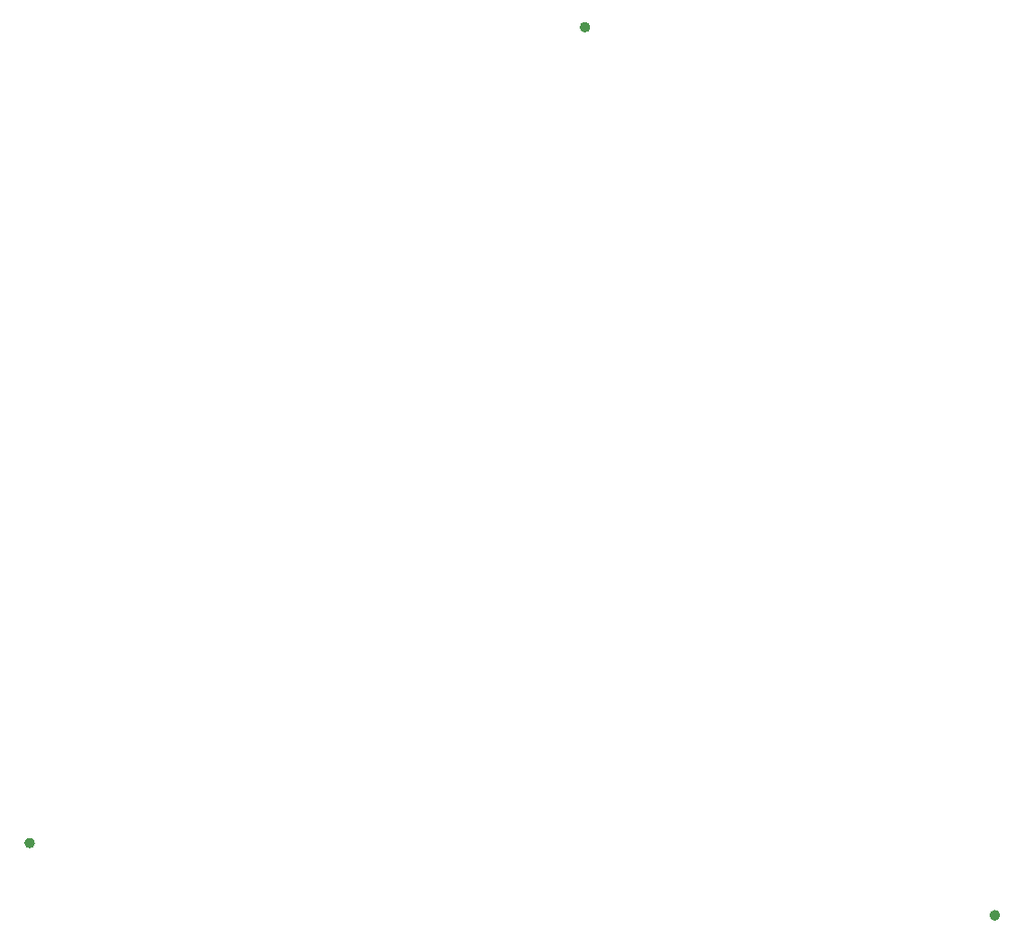
<source format=gbp>
G04 #@! TF.GenerationSoftware,KiCad,Pcbnew,(5.1.6-0-10_14)*
G04 #@! TF.CreationDate,2021-06-29T11:57:39+09:00*
G04 #@! TF.ProjectId,qPCR-photosensing,71504352-2d70-4686-9f74-6f73656e7369,rev?*
G04 #@! TF.SameCoordinates,Original*
G04 #@! TF.FileFunction,Paste,Bot*
G04 #@! TF.FilePolarity,Positive*
%FSLAX46Y46*%
G04 Gerber Fmt 4.6, Leading zero omitted, Abs format (unit mm)*
G04 Created by KiCad (PCBNEW (5.1.6-0-10_14)) date 2021-06-29 11:57:39*
%MOMM*%
%LPD*%
G01*
G04 APERTURE LIST*
%ADD10C,0.475000*%
G04 APERTURE END LIST*
D10*
X158237500Y-133100000D02*
G75*
G03*
X158237500Y-133100000I-237500J0D01*
G01*
X70137500Y-126500000D02*
G75*
G03*
X70137500Y-126500000I-237500J0D01*
G01*
X120837500Y-52000000D02*
G75*
G03*
X120837500Y-52000000I-237500J0D01*
G01*
M02*

</source>
